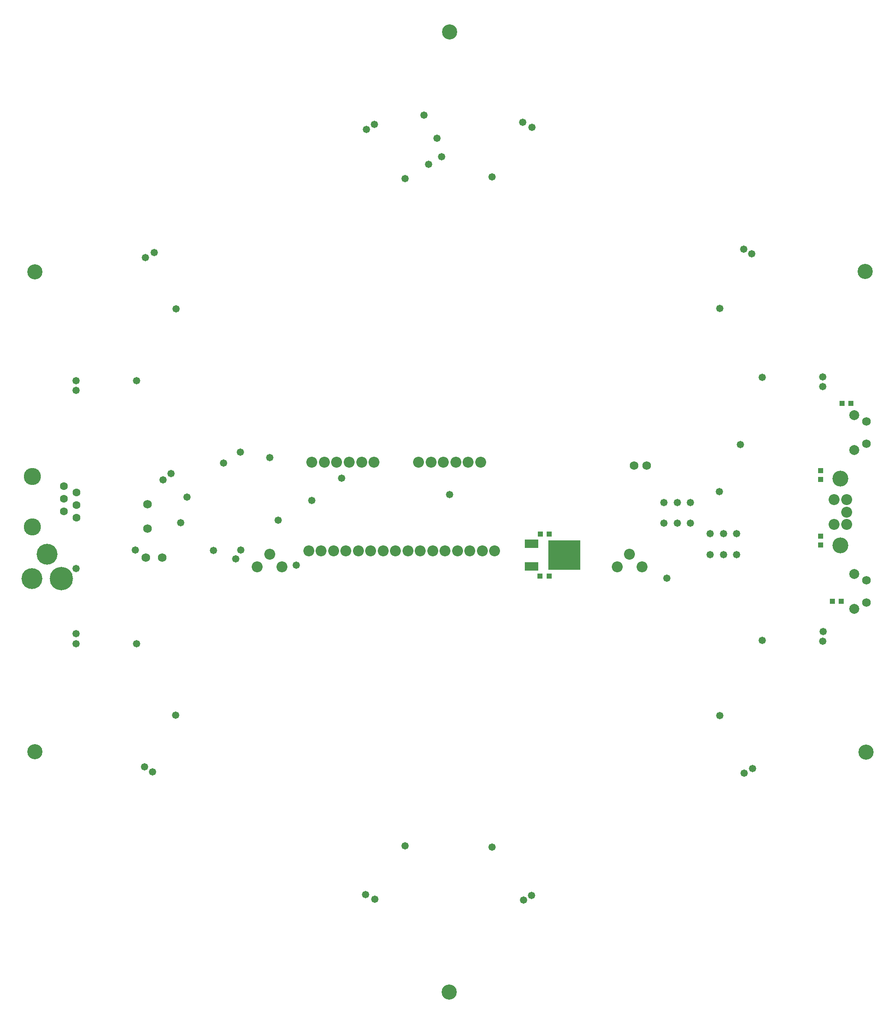
<source format=gbs>
%FSLAX25Y25*%
%MOIN*%
G70*
G01*
G75*
G04 Layer_Color=16711935*
%ADD10R,0.01969X0.05906*%
%ADD11R,0.05906X0.01969*%
G04:AMPARAMS|DCode=12|XSize=59.06mil|YSize=35.43mil|CornerRadius=0mil|HoleSize=0mil|Usage=FLASHONLY|Rotation=120.000|XOffset=0mil|YOffset=0mil|HoleType=Round|Shape=Rectangle|*
%AMROTATEDRECTD12*
4,1,4,0.03011,-0.01671,-0.00058,-0.03443,-0.03011,0.01671,0.00058,0.03443,0.03011,-0.01671,0.0*
%
%ADD12ROTATEDRECTD12*%

%ADD13R,0.05906X0.03543*%
G04:AMPARAMS|DCode=14|XSize=59.06mil|YSize=35.43mil|CornerRadius=0mil|HoleSize=0mil|Usage=FLASHONLY|Rotation=240.000|XOffset=0mil|YOffset=0mil|HoleType=Round|Shape=Rectangle|*
%AMROTATEDRECTD14*
4,1,4,-0.00058,0.03443,0.03011,0.01671,0.00058,-0.03443,-0.03011,-0.01671,-0.00058,0.03443,0.0*
%
%ADD14ROTATEDRECTD14*%

%ADD15R,0.03543X0.03150*%
G04:AMPARAMS|DCode=16|XSize=35.43mil|YSize=31.5mil|CornerRadius=0mil|HoleSize=0mil|Usage=FLASHONLY|Rotation=300.000|XOffset=0mil|YOffset=0mil|HoleType=Round|Shape=Rectangle|*
%AMROTATEDRECTD16*
4,1,4,-0.02250,0.00747,0.00478,0.02322,0.02250,-0.00747,-0.00478,-0.02322,-0.02250,0.00747,0.0*
%
%ADD16ROTATEDRECTD16*%

G04:AMPARAMS|DCode=17|XSize=35.43mil|YSize=31.5mil|CornerRadius=0mil|HoleSize=0mil|Usage=FLASHONLY|Rotation=60.000|XOffset=0mil|YOffset=0mil|HoleType=Round|Shape=Rectangle|*
%AMROTATEDRECTD17*
4,1,4,0.00478,-0.02322,-0.02250,-0.00747,-0.00478,0.02322,0.02250,0.00747,0.00478,-0.02322,0.0*
%
%ADD17ROTATEDRECTD17*%

%ADD18R,0.03150X0.03543*%
%ADD19C,0.01181*%
%ADD20C,0.01000*%
%ADD21C,0.03937*%
%ADD22C,0.02756*%
%ADD23C,0.01969*%
%ADD24C,0.11811*%
%ADD25C,0.07874*%
%ADD26C,0.06000*%
%ADD27C,0.07087*%
%ADD28C,0.05512*%
%ADD29C,0.12795*%
%ADD30C,0.15748*%
%ADD31C,0.17716*%
%ADD32C,0.11221*%
%ADD33C,0.05000*%
%ADD34R,0.09843X0.06299*%
%ADD35R,0.24803X0.22441*%
%ADD36C,0.01575*%
%ADD37C,0.00787*%
%ADD38R,0.02769X0.06706*%
%ADD39R,0.06706X0.02769*%
G04:AMPARAMS|DCode=40|XSize=67.06mil|YSize=43.43mil|CornerRadius=0mil|HoleSize=0mil|Usage=FLASHONLY|Rotation=120.000|XOffset=0mil|YOffset=0mil|HoleType=Round|Shape=Rectangle|*
%AMROTATEDRECTD40*
4,1,4,0.03557,-0.01818,-0.00204,-0.03989,-0.03557,0.01818,0.00204,0.03989,0.03557,-0.01818,0.0*
%
%ADD40ROTATEDRECTD40*%

%ADD41R,0.06706X0.04343*%
G04:AMPARAMS|DCode=42|XSize=67.06mil|YSize=43.43mil|CornerRadius=0mil|HoleSize=0mil|Usage=FLASHONLY|Rotation=240.000|XOffset=0mil|YOffset=0mil|HoleType=Round|Shape=Rectangle|*
%AMROTATEDRECTD42*
4,1,4,-0.00204,0.03989,0.03557,0.01818,0.00204,-0.03989,-0.03557,-0.01818,-0.00204,0.03989,0.0*
%
%ADD42ROTATEDRECTD42*%

%ADD43R,0.04343X0.03950*%
G04:AMPARAMS|DCode=44|XSize=43.43mil|YSize=39.5mil|CornerRadius=0mil|HoleSize=0mil|Usage=FLASHONLY|Rotation=300.000|XOffset=0mil|YOffset=0mil|HoleType=Round|Shape=Rectangle|*
%AMROTATEDRECTD44*
4,1,4,-0.02796,0.00893,0.00624,0.02868,0.02796,-0.00893,-0.00624,-0.02868,-0.02796,0.00893,0.0*
%
%ADD44ROTATEDRECTD44*%

G04:AMPARAMS|DCode=45|XSize=43.43mil|YSize=39.5mil|CornerRadius=0mil|HoleSize=0mil|Usage=FLASHONLY|Rotation=60.000|XOffset=0mil|YOffset=0mil|HoleType=Round|Shape=Rectangle|*
%AMROTATEDRECTD45*
4,1,4,0.00624,-0.02868,-0.02796,-0.00893,-0.00624,0.02868,0.02796,0.00893,0.00624,-0.02868,0.0*
%
%ADD45ROTATEDRECTD45*%

%ADD46R,0.03950X0.04343*%
%ADD47C,0.12611*%
%ADD48C,0.08674*%
%ADD49C,0.06800*%
%ADD50C,0.07887*%
%ADD51C,0.06312*%
%ADD52C,0.13595*%
%ADD53C,0.16548*%
%ADD54C,0.18517*%
%ADD55C,0.12020*%
%ADD56C,0.05800*%
%ADD57R,0.10642X0.07099*%
%ADD58R,0.25603X0.23241*%
D43*
X311221Y86319D02*
D03*
X318307D02*
D03*
X303543Y-70866D02*
D03*
X310630D02*
D03*
X71949Y-17520D02*
D03*
X79035D02*
D03*
X71757Y-50700D02*
D03*
X78843D02*
D03*
D46*
X294488Y-18996D02*
D03*
Y-26083D02*
D03*
X294488Y25886D02*
D03*
Y32972D02*
D03*
D47*
X310039Y26575D02*
D03*
Y-26575D02*
D03*
D48*
X305118Y-9843D02*
D03*
Y9843D02*
D03*
X314961D02*
D03*
Y-9843D02*
D03*
Y0D02*
D03*
X-142800Y-33579D02*
D03*
X-132957Y-43421D02*
D03*
X-152643D02*
D03*
X142800Y-33579D02*
D03*
X152643Y-43421D02*
D03*
X132957D02*
D03*
X35819Y-30700D02*
D03*
X25976D02*
D03*
X16134D02*
D03*
X6291D02*
D03*
X-3551D02*
D03*
X-13394D02*
D03*
X-23236D02*
D03*
X-33079D02*
D03*
X-42921D02*
D03*
X-52764D02*
D03*
X-62606D02*
D03*
X-72449D02*
D03*
X-82291D02*
D03*
X-92134D02*
D03*
X-101976D02*
D03*
X-111819D02*
D03*
X-59994Y39400D02*
D03*
X-69836D02*
D03*
X-79679D02*
D03*
X-89521D02*
D03*
X-99364D02*
D03*
X-109206D02*
D03*
X24528D02*
D03*
X14685D02*
D03*
X4843D02*
D03*
X-5000D02*
D03*
X-14842D02*
D03*
X-24685D02*
D03*
D49*
X-239800Y-13046D02*
D03*
Y6246D02*
D03*
X330689Y54134D02*
D03*
Y71850D02*
D03*
Y-71850D02*
D03*
Y-54134D02*
D03*
X-228104Y-36200D02*
D03*
X-241096D02*
D03*
X156181Y37008D02*
D03*
X146181D02*
D03*
D50*
X320905Y49213D02*
D03*
Y76772D02*
D03*
Y-76772D02*
D03*
Y-49213D02*
D03*
D51*
X-296063Y5591D02*
D03*
Y-4409D02*
D03*
X-306063Y20591D02*
D03*
Y10591D02*
D03*
X-296063Y15591D02*
D03*
X-306063Y591D02*
D03*
D52*
X-331102Y-11929D02*
D03*
Y28071D02*
D03*
D53*
X-331496Y-52658D02*
D03*
X-319488Y-33366D02*
D03*
D54*
X-307874Y-52658D02*
D03*
D55*
X-100Y380800D02*
D03*
X329700Y190800D02*
D03*
X-328900Y190400D02*
D03*
Y-190300D02*
D03*
X-300Y-380800D02*
D03*
X330400Y-190600D02*
D03*
D56*
X-179232Y38681D02*
D03*
X-217224Y-161319D02*
D03*
X-242126Y-202264D02*
D03*
X-59547Y307480D02*
D03*
X-35393Y264665D02*
D03*
X-241240Y201772D02*
D03*
X-216929Y161024D02*
D03*
X-296358Y104232D02*
D03*
X-248327D02*
D03*
X248031Y106693D02*
D03*
X295866Y107087D02*
D03*
X239764Y204724D02*
D03*
X214469Y161614D02*
D03*
X58071Y309055D02*
D03*
X33762Y265945D02*
D03*
X240354Y-203346D02*
D03*
X214469Y-161614D02*
D03*
X58661Y-307972D02*
D03*
X33762Y-265945D02*
D03*
X-248327Y-104429D02*
D03*
X-296358D02*
D03*
X296063Y-102362D02*
D03*
X248031Y-101969D02*
D03*
X-59252Y-307283D02*
D03*
X-35393Y-264665D02*
D03*
X-135925Y-6594D02*
D03*
X213878Y16339D02*
D03*
X172244Y-52559D02*
D03*
X-121752Y-42126D02*
D03*
X-221063Y30512D02*
D03*
X-169783Y-37303D02*
D03*
X-10024Y296568D02*
D03*
X-20457Y314973D02*
D03*
X-6489Y281811D02*
D03*
X-142520Y43110D02*
D03*
X-213386Y-8465D02*
D03*
X-187500Y-30413D02*
D03*
X230709Y53347D02*
D03*
X-296358Y-44783D02*
D03*
X-208296Y12008D02*
D03*
X-165847Y47539D02*
D03*
X-227264Y25591D02*
D03*
X-85728Y26870D02*
D03*
X-109252Y9055D02*
D03*
X-165551Y-30315D02*
D03*
X0Y13780D02*
D03*
X-249311Y-30217D02*
D03*
X191142Y-8957D02*
D03*
X180709D02*
D03*
X169980D02*
D03*
X169882Y7677D02*
D03*
X180610D02*
D03*
X191043D02*
D03*
X227658Y-17028D02*
D03*
X217224D02*
D03*
X206496D02*
D03*
X206594Y-33661D02*
D03*
X217323D02*
D03*
X227756D02*
D03*
X-16689Y276011D02*
D03*
X-296457Y-96653D02*
D03*
X-296358Y96457D02*
D03*
X-234350Y205906D02*
D03*
X-66142Y303642D02*
D03*
X65158Y305315D02*
D03*
X233268Y208465D02*
D03*
X295965Y99508D02*
D03*
X296161Y-94980D02*
D03*
X-66535Y-303346D02*
D03*
X-235728Y-206004D02*
D03*
X233760Y-207283D02*
D03*
X65113Y-304042D02*
D03*
D57*
X65028Y-25104D02*
D03*
Y-43096D02*
D03*
D58*
X90972Y-34041D02*
D03*
M02*

</source>
